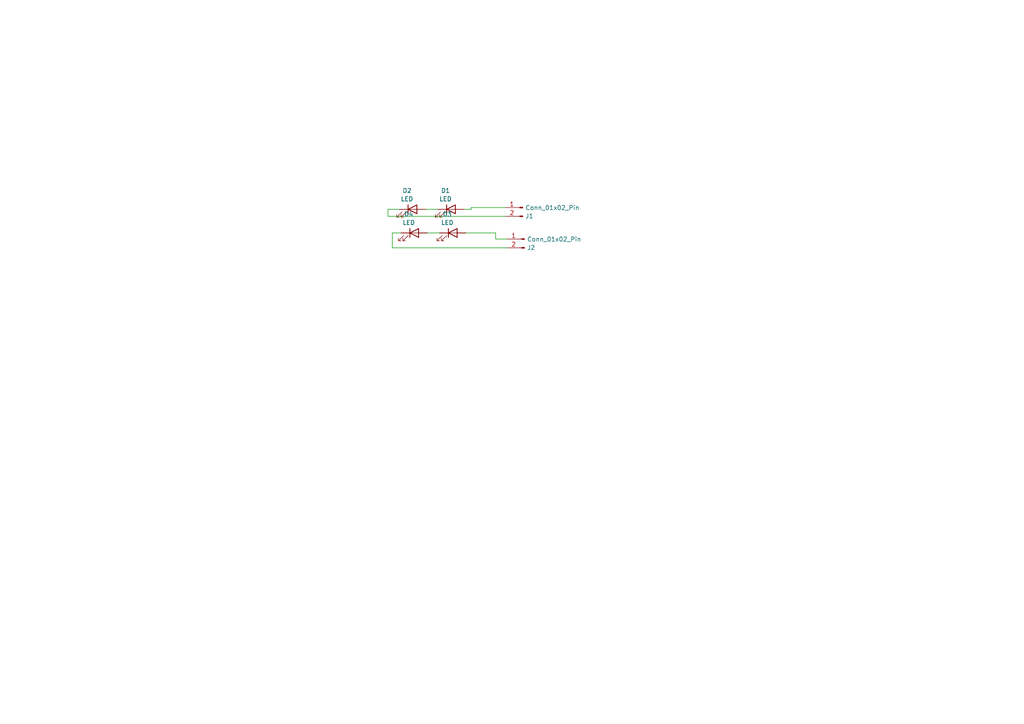
<source format=kicad_sch>
(kicad_sch (version 20230121) (generator eeschema)
  (paper "A4")
  (lib_symbols
    (symbol "Connector:Conn_01x02_Pin" (pin_names (offset 1.016) hide)
      (property "Reference" "J" (at 0 2.54 0))
      (property "Value" "Conn_01x02_Pin" (at 0 -5.08 0))
      (symbol "Conn_01x02_Pin_1_1"
        (polyline (pts (xy 1.27 -2.54) (xy 0.8636 -2.54)) (stroke (width 0.1524)))
        (polyline (pts (xy 1.27 0) (xy 0.8636 0)) (stroke (width 0.1524)))
        (rectangle (start 0.8636 -2.413) (end 0 -2.667) (stroke (width 0.1524)) (fill (type outline)))
        (rectangle (start 0.8636 0.127) (end 0 -0.127) (stroke (width 0.1524)) (fill (type outline)))
        (pin passive line (at 5.08 0 180) (length 3.81) (name "Pin_1") (number "1"))
        (pin passive line (at 5.08 -2.54 180) (length 3.81) (name "Pin_2") (number "2"))
      )
    )
    (symbol "Device:LED" (pin_numbers hide) (pin_names (offset 1.016) hide)
      (property "Reference" "D" (at 0 2.54 0))
      (property "Value" "LED" (at 0 -2.54 0))
      (symbol "LED_0_1"
        (polyline (pts (xy -1.27 -1.27) (xy -1.27 1.27)) (stroke (width 0.254)))
        (polyline (pts (xy -1.27 0) (xy 1.27 0)))
        (polyline (pts (xy 1.27 -1.27) (xy 1.27 1.27) (xy -1.27 0) (xy 1.27 -1.27)) (stroke (width 0.254)))
        (polyline (pts (xy -3.048 -0.762) (xy -4.572 -2.286) (xy -3.81 -2.286) (xy -4.572 -2.286) (xy -4.572 -1.524)))
        (polyline (pts (xy -1.778 -0.762) (xy -3.302 -2.286) (xy -2.54 -2.286) (xy -3.302 -2.286) (xy -3.302 -1.524)))
      )
      (symbol "LED_1_1"
        (pin passive line (at -3.81 0 0) (length 2.54) (name "K") (number "1"))
        (pin passive line (at 3.81 0 180) (length 2.54) (name "A") (number "2"))
      )
    )
  )
  (wire (pts (xy 136.652 60.198) (xy 146.558 60.198)))
  (wire (pts (xy 136.652 60.706) (xy 134.62 60.706)))
  (wire (pts (xy 123.952 67.564) (xy 127.508 67.564)))
  (wire (pts (xy 123.444 60.706) (xy 127 60.706)))
  (wire (pts (xy 112.522 60.706) (xy 115.824 60.706)))
  (wire (pts (xy 147.066 71.882) (xy 113.792 71.882)))
  (wire (pts (xy 136.652 60.198) (xy 136.652 60.706)))
  (wire (pts (xy 147.066 69.342) (xy 143.764 69.342)))
  (wire (pts (xy 113.792 71.882) (xy 113.792 67.564)))
  (wire (pts (xy 113.792 67.564) (xy 116.332 67.564)))
  (wire (pts (xy 112.522 62.738) (xy 112.522 60.706)))
  (wire (pts (xy 135.128 67.564) (xy 143.764 67.564)))
  (wire (pts (xy 146.558 62.738) (xy 112.522 62.738)))
  (wire (pts (xy 143.764 67.564) (xy 143.764 69.342)))
  (symbol (lib_id "Device:LED") (at 131.318 67.564 0) (unit 1)
    (property "Reference" "D3" (at 129.7305 62.1497 0))
    (property "Value" "LED" (at 129.7305 64.5739 0))
    (property "Footprint" "LED_SMD:LED_Cree-XHP35" (effects hide))
  )
  (symbol (lib_id "Device:LED") (at 130.81 60.706 0) (unit 1)
    (property "Reference" "D1" (at 129.2225 55.2917 0))
    (property "Value" "LED" (at 129.2225 57.7159 0))
    (property "Footprint" "LED_SMD:LED_Cree-XHP35" (effects hide))
  )
  (symbol (lib_id "Connector:Conn_01x02_Pin") (at 152.146 69.342 0) (mirror y) (unit 1)
    (property "Reference" "J2" (at 152.8572 71.8241 0) (effects (justify right)))
    (property "Value" "Conn_01x02_Pin" (at 152.8572 69.3999 0) (effects (justify right)))
    (property "Footprint" "Connector_JST:JST_XH_B2B-XH-A_1x02_P2.50mm_Vertical" (effects hide))
  )
  (symbol (lib_id "Device:LED") (at 119.634 60.706 0) (unit 1)
    (property "Reference" "D2" (at 118.0465 55.2917 0))
    (property "Value" "LED" (at 118.0465 57.7159 0))
    (property "Footprint" "LED_SMD:LED_Cree-XHP35" (effects hide))
  )
  (symbol (lib_id "Connector:Conn_01x02_Pin") (at 151.638 60.198 0) (mirror y) (unit 1)
    (property "Reference" "J1" (at 152.3492 62.6801 0) (effects (justify right)))
    (property "Value" "Conn_01x02_Pin" (at 152.3492 60.2559 0) (effects (justify right)))
    (property "Footprint" "Connector_JST:JST_XH_B2B-XH-A_1x02_P2.50mm_Vertical" (effects hide))
  )
  (symbol (lib_id "Device:LED") (at 120.142 67.564 0) (unit 1)
    (property "Reference" "D4" (at 118.5545 62.1497 0))
    (property "Value" "LED" (at 118.5545 64.5739 0))
    (property "Footprint" "LED_SMD:LED_Cree-XHP35" (effects hide))
  )
)
</source>
